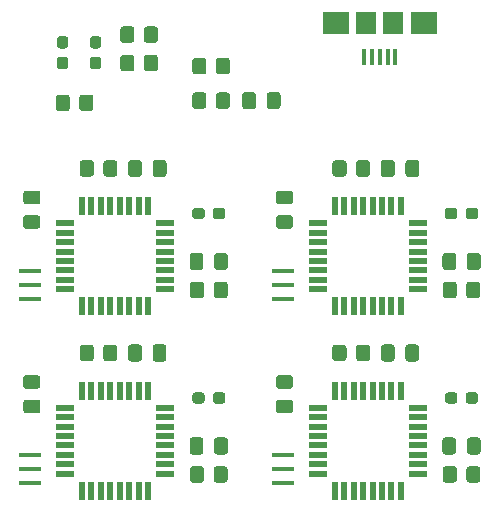
<source format=gbr>
%TF.GenerationSoftware,KiCad,Pcbnew,(5.1.12)-1*%
%TF.CreationDate,2022-03-26T18:35:52+01:00*%
%TF.ProjectId,Duino Coin,4475696e-6f20-4436-9f69-6e2e6b696361,rev?*%
%TF.SameCoordinates,Original*%
%TF.FileFunction,Paste,Top*%
%TF.FilePolarity,Positive*%
%FSLAX46Y46*%
G04 Gerber Fmt 4.6, Leading zero omitted, Abs format (unit mm)*
G04 Created by KiCad (PCBNEW (5.1.12)-1) date 2022-03-26 18:35:52*
%MOMM*%
%LPD*%
G01*
G04 APERTURE LIST*
%ADD10R,1.800000X1.900000*%
%ADD11R,2.300000X1.900000*%
%ADD12R,0.400000X1.400000*%
%ADD13R,1.500000X0.600000*%
%ADD14R,0.600000X1.500000*%
%ADD15R,1.900000X0.400000*%
G04 APERTURE END LIST*
D10*
%TO.C,J1*%
X185222500Y-91473500D03*
X187522500Y-91473500D03*
D11*
X182622500Y-91473500D03*
X190122500Y-91473500D03*
D12*
X185072500Y-94323500D03*
X185722500Y-94323500D03*
X186372500Y-94323500D03*
X187022500Y-94323500D03*
X187672500Y-94323500D03*
%TD*%
D13*
%TO.C,IC2*%
X181101500Y-124037500D03*
X181101500Y-124837500D03*
X181101500Y-125637500D03*
X181101500Y-126437500D03*
X181101500Y-127237500D03*
X181101500Y-128037500D03*
X181101500Y-128837500D03*
X181101500Y-129637500D03*
D14*
X182551500Y-131087500D03*
X183351500Y-131087500D03*
X184151500Y-131087500D03*
X184951500Y-131087500D03*
X185751500Y-131087500D03*
X186551500Y-131087500D03*
X187351500Y-131087500D03*
X188151500Y-131087500D03*
D13*
X189601500Y-129637500D03*
X189601500Y-128837500D03*
X189601500Y-128037500D03*
X189601500Y-127237500D03*
X189601500Y-126437500D03*
X189601500Y-125637500D03*
X189601500Y-124837500D03*
X189601500Y-124037500D03*
D14*
X188151500Y-122587500D03*
X187351500Y-122587500D03*
X186551500Y-122587500D03*
X185751500Y-122587500D03*
X184951500Y-122587500D03*
X184151500Y-122587500D03*
X183351500Y-122587500D03*
X182551500Y-122587500D03*
%TD*%
D13*
%TO.C,IC1*%
X159702000Y-124037500D03*
X159702000Y-124837500D03*
X159702000Y-125637500D03*
X159702000Y-126437500D03*
X159702000Y-127237500D03*
X159702000Y-128037500D03*
X159702000Y-128837500D03*
X159702000Y-129637500D03*
D14*
X161152000Y-131087500D03*
X161952000Y-131087500D03*
X162752000Y-131087500D03*
X163552000Y-131087500D03*
X164352000Y-131087500D03*
X165152000Y-131087500D03*
X165952000Y-131087500D03*
X166752000Y-131087500D03*
D13*
X168202000Y-129637500D03*
X168202000Y-128837500D03*
X168202000Y-128037500D03*
X168202000Y-127237500D03*
X168202000Y-126437500D03*
X168202000Y-125637500D03*
X168202000Y-124837500D03*
X168202000Y-124037500D03*
D14*
X166752000Y-122587500D03*
X165952000Y-122587500D03*
X165152000Y-122587500D03*
X164352000Y-122587500D03*
X163552000Y-122587500D03*
X162752000Y-122587500D03*
X161952000Y-122587500D03*
X161152000Y-122587500D03*
%TD*%
D13*
%TO.C,IC4*%
X181101500Y-108416500D03*
X181101500Y-109216500D03*
X181101500Y-110016500D03*
X181101500Y-110816500D03*
X181101500Y-111616500D03*
X181101500Y-112416500D03*
X181101500Y-113216500D03*
X181101500Y-114016500D03*
D14*
X182551500Y-115466500D03*
X183351500Y-115466500D03*
X184151500Y-115466500D03*
X184951500Y-115466500D03*
X185751500Y-115466500D03*
X186551500Y-115466500D03*
X187351500Y-115466500D03*
X188151500Y-115466500D03*
D13*
X189601500Y-114016500D03*
X189601500Y-113216500D03*
X189601500Y-112416500D03*
X189601500Y-111616500D03*
X189601500Y-110816500D03*
X189601500Y-110016500D03*
X189601500Y-109216500D03*
X189601500Y-108416500D03*
D14*
X188151500Y-106966500D03*
X187351500Y-106966500D03*
X186551500Y-106966500D03*
X185751500Y-106966500D03*
X184951500Y-106966500D03*
X184151500Y-106966500D03*
X183351500Y-106966500D03*
X182551500Y-106966500D03*
%TD*%
D13*
%TO.C,IC3*%
X159702000Y-108416500D03*
X159702000Y-109216500D03*
X159702000Y-110016500D03*
X159702000Y-110816500D03*
X159702000Y-111616500D03*
X159702000Y-112416500D03*
X159702000Y-113216500D03*
X159702000Y-114016500D03*
D14*
X161152000Y-115466500D03*
X161952000Y-115466500D03*
X162752000Y-115466500D03*
X163552000Y-115466500D03*
X164352000Y-115466500D03*
X165152000Y-115466500D03*
X165952000Y-115466500D03*
X166752000Y-115466500D03*
D13*
X168202000Y-114016500D03*
X168202000Y-113216500D03*
X168202000Y-112416500D03*
X168202000Y-111616500D03*
X168202000Y-110816500D03*
X168202000Y-110016500D03*
X168202000Y-109216500D03*
X168202000Y-108416500D03*
D14*
X166752000Y-106966500D03*
X165952000Y-106966500D03*
X165152000Y-106966500D03*
X164352000Y-106966500D03*
X163552000Y-106966500D03*
X162752000Y-106966500D03*
X161952000Y-106966500D03*
X161152000Y-106966500D03*
%TD*%
D15*
%TO.C,Y4*%
X178176000Y-113629500D03*
X178176000Y-112429500D03*
X178176000Y-114829500D03*
%TD*%
%TO.C,Y3*%
X156776500Y-113629500D03*
X156776500Y-112429500D03*
X156776500Y-114829500D03*
%TD*%
%TO.C,Y2*%
X178176000Y-129250500D03*
X178176000Y-128050500D03*
X178176000Y-130450500D03*
%TD*%
%TO.C,Y1*%
X156776500Y-129250500D03*
X156776500Y-128050500D03*
X156776500Y-130450500D03*
%TD*%
%TO.C,R30*%
G36*
G01*
X160928000Y-98684501D02*
X160928000Y-97784499D01*
G75*
G02*
X161177999Y-97534500I249999J0D01*
G01*
X161878001Y-97534500D01*
G75*
G02*
X162128000Y-97784499I0J-249999D01*
G01*
X162128000Y-98684501D01*
G75*
G02*
X161878001Y-98934500I-249999J0D01*
G01*
X161177999Y-98934500D01*
G75*
G02*
X160928000Y-98684501I0J249999D01*
G01*
G37*
G36*
G01*
X158928000Y-98684501D02*
X158928000Y-97784499D01*
G75*
G02*
X159177999Y-97534500I249999J0D01*
G01*
X159878001Y-97534500D01*
G75*
G02*
X160128000Y-97784499I0J-249999D01*
G01*
X160128000Y-98684501D01*
G75*
G02*
X159878001Y-98934500I-249999J0D01*
G01*
X159177999Y-98934500D01*
G75*
G02*
X158928000Y-98684501I0J249999D01*
G01*
G37*
%TD*%
%TO.C,R28*%
G36*
G01*
X166389000Y-92906001D02*
X166389000Y-92005999D01*
G75*
G02*
X166638999Y-91756000I249999J0D01*
G01*
X167339001Y-91756000D01*
G75*
G02*
X167589000Y-92005999I0J-249999D01*
G01*
X167589000Y-92906001D01*
G75*
G02*
X167339001Y-93156000I-249999J0D01*
G01*
X166638999Y-93156000D01*
G75*
G02*
X166389000Y-92906001I0J249999D01*
G01*
G37*
G36*
G01*
X164389000Y-92906001D02*
X164389000Y-92005999D01*
G75*
G02*
X164638999Y-91756000I249999J0D01*
G01*
X165339001Y-91756000D01*
G75*
G02*
X165589000Y-92005999I0J-249999D01*
G01*
X165589000Y-92906001D01*
G75*
G02*
X165339001Y-93156000I-249999J0D01*
G01*
X164638999Y-93156000D01*
G75*
G02*
X164389000Y-92906001I0J249999D01*
G01*
G37*
%TD*%
%TO.C,R27*%
G36*
G01*
X166389000Y-95319001D02*
X166389000Y-94418999D01*
G75*
G02*
X166638999Y-94169000I249999J0D01*
G01*
X167339001Y-94169000D01*
G75*
G02*
X167589000Y-94418999I0J-249999D01*
G01*
X167589000Y-95319001D01*
G75*
G02*
X167339001Y-95569000I-249999J0D01*
G01*
X166638999Y-95569000D01*
G75*
G02*
X166389000Y-95319001I0J249999D01*
G01*
G37*
G36*
G01*
X164389000Y-95319001D02*
X164389000Y-94418999D01*
G75*
G02*
X164638999Y-94169000I249999J0D01*
G01*
X165339001Y-94169000D01*
G75*
G02*
X165589000Y-94418999I0J-249999D01*
G01*
X165589000Y-95319001D01*
G75*
G02*
X165339001Y-95569000I-249999J0D01*
G01*
X164638999Y-95569000D01*
G75*
G02*
X164389000Y-95319001I0J249999D01*
G01*
G37*
%TD*%
%TO.C,R26*%
G36*
G01*
X172485000Y-98494001D02*
X172485000Y-97593999D01*
G75*
G02*
X172734999Y-97344000I249999J0D01*
G01*
X173435001Y-97344000D01*
G75*
G02*
X173685000Y-97593999I0J-249999D01*
G01*
X173685000Y-98494001D01*
G75*
G02*
X173435001Y-98744000I-249999J0D01*
G01*
X172734999Y-98744000D01*
G75*
G02*
X172485000Y-98494001I0J249999D01*
G01*
G37*
G36*
G01*
X170485000Y-98494001D02*
X170485000Y-97593999D01*
G75*
G02*
X170734999Y-97344000I249999J0D01*
G01*
X171435001Y-97344000D01*
G75*
G02*
X171685000Y-97593999I0J-249999D01*
G01*
X171685000Y-98494001D01*
G75*
G02*
X171435001Y-98744000I-249999J0D01*
G01*
X170734999Y-98744000D01*
G75*
G02*
X170485000Y-98494001I0J249999D01*
G01*
G37*
%TD*%
%TO.C,R25*%
G36*
G01*
X171685000Y-94672999D02*
X171685000Y-95573001D01*
G75*
G02*
X171435001Y-95823000I-249999J0D01*
G01*
X170734999Y-95823000D01*
G75*
G02*
X170485000Y-95573001I0J249999D01*
G01*
X170485000Y-94672999D01*
G75*
G02*
X170734999Y-94423000I249999J0D01*
G01*
X171435001Y-94423000D01*
G75*
G02*
X171685000Y-94672999I0J-249999D01*
G01*
G37*
G36*
G01*
X173685000Y-94672999D02*
X173685000Y-95573001D01*
G75*
G02*
X173435001Y-95823000I-249999J0D01*
G01*
X172734999Y-95823000D01*
G75*
G02*
X172485000Y-95573001I0J249999D01*
G01*
X172485000Y-94672999D01*
G75*
G02*
X172734999Y-94423000I249999J0D01*
G01*
X173435001Y-94423000D01*
G75*
G02*
X173685000Y-94672999I0J-249999D01*
G01*
G37*
%TD*%
%TO.C,R24*%
G36*
G01*
X192889000Y-113623999D02*
X192889000Y-114524001D01*
G75*
G02*
X192639001Y-114774000I-249999J0D01*
G01*
X191938999Y-114774000D01*
G75*
G02*
X191689000Y-114524001I0J249999D01*
G01*
X191689000Y-113623999D01*
G75*
G02*
X191938999Y-113374000I249999J0D01*
G01*
X192639001Y-113374000D01*
G75*
G02*
X192889000Y-113623999I0J-249999D01*
G01*
G37*
G36*
G01*
X194889000Y-113623999D02*
X194889000Y-114524001D01*
G75*
G02*
X194639001Y-114774000I-249999J0D01*
G01*
X193938999Y-114774000D01*
G75*
G02*
X193689000Y-114524001I0J249999D01*
G01*
X193689000Y-113623999D01*
G75*
G02*
X193938999Y-113374000I249999J0D01*
G01*
X194639001Y-113374000D01*
G75*
G02*
X194889000Y-113623999I0J-249999D01*
G01*
G37*
%TD*%
%TO.C,R23*%
G36*
G01*
X171489500Y-113623999D02*
X171489500Y-114524001D01*
G75*
G02*
X171239501Y-114774000I-249999J0D01*
G01*
X170539499Y-114774000D01*
G75*
G02*
X170289500Y-114524001I0J249999D01*
G01*
X170289500Y-113623999D01*
G75*
G02*
X170539499Y-113374000I249999J0D01*
G01*
X171239501Y-113374000D01*
G75*
G02*
X171489500Y-113623999I0J-249999D01*
G01*
G37*
G36*
G01*
X173489500Y-113623999D02*
X173489500Y-114524001D01*
G75*
G02*
X173239501Y-114774000I-249999J0D01*
G01*
X172539499Y-114774000D01*
G75*
G02*
X172289500Y-114524001I0J249999D01*
G01*
X172289500Y-113623999D01*
G75*
G02*
X172539499Y-113374000I249999J0D01*
G01*
X173239501Y-113374000D01*
G75*
G02*
X173489500Y-113623999I0J-249999D01*
G01*
G37*
%TD*%
%TO.C,R22*%
G36*
G01*
X192889000Y-129244999D02*
X192889000Y-130145001D01*
G75*
G02*
X192639001Y-130395000I-249999J0D01*
G01*
X191938999Y-130395000D01*
G75*
G02*
X191689000Y-130145001I0J249999D01*
G01*
X191689000Y-129244999D01*
G75*
G02*
X191938999Y-128995000I249999J0D01*
G01*
X192639001Y-128995000D01*
G75*
G02*
X192889000Y-129244999I0J-249999D01*
G01*
G37*
G36*
G01*
X194889000Y-129244999D02*
X194889000Y-130145001D01*
G75*
G02*
X194639001Y-130395000I-249999J0D01*
G01*
X193938999Y-130395000D01*
G75*
G02*
X193689000Y-130145001I0J249999D01*
G01*
X193689000Y-129244999D01*
G75*
G02*
X193938999Y-128995000I249999J0D01*
G01*
X194639001Y-128995000D01*
G75*
G02*
X194889000Y-129244999I0J-249999D01*
G01*
G37*
%TD*%
%TO.C,R21*%
G36*
G01*
X171489500Y-129244999D02*
X171489500Y-130145001D01*
G75*
G02*
X171239501Y-130395000I-249999J0D01*
G01*
X170539499Y-130395000D01*
G75*
G02*
X170289500Y-130145001I0J249999D01*
G01*
X170289500Y-129244999D01*
G75*
G02*
X170539499Y-128995000I249999J0D01*
G01*
X171239501Y-128995000D01*
G75*
G02*
X171489500Y-129244999I0J-249999D01*
G01*
G37*
G36*
G01*
X173489500Y-129244999D02*
X173489500Y-130145001D01*
G75*
G02*
X173239501Y-130395000I-249999J0D01*
G01*
X172539499Y-130395000D01*
G75*
G02*
X172289500Y-130145001I0J249999D01*
G01*
X172289500Y-129244999D01*
G75*
G02*
X172539499Y-128995000I249999J0D01*
G01*
X173239501Y-128995000D01*
G75*
G02*
X173489500Y-129244999I0J-249999D01*
G01*
G37*
%TD*%
%TO.C,R20*%
G36*
G01*
X182354500Y-104237001D02*
X182354500Y-103336999D01*
G75*
G02*
X182604499Y-103087000I249999J0D01*
G01*
X183304501Y-103087000D01*
G75*
G02*
X183554500Y-103336999I0J-249999D01*
G01*
X183554500Y-104237001D01*
G75*
G02*
X183304501Y-104487000I-249999J0D01*
G01*
X182604499Y-104487000D01*
G75*
G02*
X182354500Y-104237001I0J249999D01*
G01*
G37*
G36*
G01*
X184354500Y-104237001D02*
X184354500Y-103336999D01*
G75*
G02*
X184604499Y-103087000I249999J0D01*
G01*
X185304501Y-103087000D01*
G75*
G02*
X185554500Y-103336999I0J-249999D01*
G01*
X185554500Y-104237001D01*
G75*
G02*
X185304501Y-104487000I-249999J0D01*
G01*
X184604499Y-104487000D01*
G75*
G02*
X184354500Y-104237001I0J249999D01*
G01*
G37*
%TD*%
%TO.C,R19*%
G36*
G01*
X160955000Y-104237001D02*
X160955000Y-103336999D01*
G75*
G02*
X161204999Y-103087000I249999J0D01*
G01*
X161905001Y-103087000D01*
G75*
G02*
X162155000Y-103336999I0J-249999D01*
G01*
X162155000Y-104237001D01*
G75*
G02*
X161905001Y-104487000I-249999J0D01*
G01*
X161204999Y-104487000D01*
G75*
G02*
X160955000Y-104237001I0J249999D01*
G01*
G37*
G36*
G01*
X162955000Y-104237001D02*
X162955000Y-103336999D01*
G75*
G02*
X163204999Y-103087000I249999J0D01*
G01*
X163905001Y-103087000D01*
G75*
G02*
X164155000Y-103336999I0J-249999D01*
G01*
X164155000Y-104237001D01*
G75*
G02*
X163905001Y-104487000I-249999J0D01*
G01*
X163204999Y-104487000D01*
G75*
G02*
X162955000Y-104237001I0J249999D01*
G01*
G37*
%TD*%
%TO.C,R18*%
G36*
G01*
X182354500Y-119858001D02*
X182354500Y-118957999D01*
G75*
G02*
X182604499Y-118708000I249999J0D01*
G01*
X183304501Y-118708000D01*
G75*
G02*
X183554500Y-118957999I0J-249999D01*
G01*
X183554500Y-119858001D01*
G75*
G02*
X183304501Y-120108000I-249999J0D01*
G01*
X182604499Y-120108000D01*
G75*
G02*
X182354500Y-119858001I0J249999D01*
G01*
G37*
G36*
G01*
X184354500Y-119858001D02*
X184354500Y-118957999D01*
G75*
G02*
X184604499Y-118708000I249999J0D01*
G01*
X185304501Y-118708000D01*
G75*
G02*
X185554500Y-118957999I0J-249999D01*
G01*
X185554500Y-119858001D01*
G75*
G02*
X185304501Y-120108000I-249999J0D01*
G01*
X184604499Y-120108000D01*
G75*
G02*
X184354500Y-119858001I0J249999D01*
G01*
G37*
%TD*%
%TO.C,R17*%
G36*
G01*
X160955000Y-119858001D02*
X160955000Y-118957999D01*
G75*
G02*
X161204999Y-118708000I249999J0D01*
G01*
X161905001Y-118708000D01*
G75*
G02*
X162155000Y-118957999I0J-249999D01*
G01*
X162155000Y-119858001D01*
G75*
G02*
X161905001Y-120108000I-249999J0D01*
G01*
X161204999Y-120108000D01*
G75*
G02*
X160955000Y-119858001I0J249999D01*
G01*
G37*
G36*
G01*
X162955000Y-119858001D02*
X162955000Y-118957999D01*
G75*
G02*
X163204999Y-118708000I249999J0D01*
G01*
X163905001Y-118708000D01*
G75*
G02*
X164155000Y-118957999I0J-249999D01*
G01*
X164155000Y-119858001D01*
G75*
G02*
X163905001Y-120108000I-249999J0D01*
G01*
X163204999Y-120108000D01*
G75*
G02*
X162955000Y-119858001I0J249999D01*
G01*
G37*
%TD*%
%TO.C,D17*%
G36*
G01*
X159749500Y-93630000D02*
X159274500Y-93630000D01*
G75*
G02*
X159037000Y-93392500I0J237500D01*
G01*
X159037000Y-92817500D01*
G75*
G02*
X159274500Y-92580000I237500J0D01*
G01*
X159749500Y-92580000D01*
G75*
G02*
X159987000Y-92817500I0J-237500D01*
G01*
X159987000Y-93392500D01*
G75*
G02*
X159749500Y-93630000I-237500J0D01*
G01*
G37*
G36*
G01*
X159749500Y-95380000D02*
X159274500Y-95380000D01*
G75*
G02*
X159037000Y-95142500I0J237500D01*
G01*
X159037000Y-94567500D01*
G75*
G02*
X159274500Y-94330000I237500J0D01*
G01*
X159749500Y-94330000D01*
G75*
G02*
X159987000Y-94567500I0J-237500D01*
G01*
X159987000Y-95142500D01*
G75*
G02*
X159749500Y-95380000I-237500J0D01*
G01*
G37*
%TD*%
%TO.C,D13*%
G36*
G01*
X162543500Y-93630000D02*
X162068500Y-93630000D01*
G75*
G02*
X161831000Y-93392500I0J237500D01*
G01*
X161831000Y-92817500D01*
G75*
G02*
X162068500Y-92580000I237500J0D01*
G01*
X162543500Y-92580000D01*
G75*
G02*
X162781000Y-92817500I0J-237500D01*
G01*
X162781000Y-93392500D01*
G75*
G02*
X162543500Y-93630000I-237500J0D01*
G01*
G37*
G36*
G01*
X162543500Y-95380000D02*
X162068500Y-95380000D01*
G75*
G02*
X161831000Y-95142500I0J237500D01*
G01*
X161831000Y-94567500D01*
G75*
G02*
X162068500Y-94330000I237500J0D01*
G01*
X162543500Y-94330000D01*
G75*
G02*
X162781000Y-94567500I0J-237500D01*
G01*
X162781000Y-95142500D01*
G75*
G02*
X162543500Y-95380000I-237500J0D01*
G01*
G37*
%TD*%
%TO.C,D12*%
G36*
G01*
X192939000Y-107359500D02*
X192939000Y-107834500D01*
G75*
G02*
X192701500Y-108072000I-237500J0D01*
G01*
X192126500Y-108072000D01*
G75*
G02*
X191889000Y-107834500I0J237500D01*
G01*
X191889000Y-107359500D01*
G75*
G02*
X192126500Y-107122000I237500J0D01*
G01*
X192701500Y-107122000D01*
G75*
G02*
X192939000Y-107359500I0J-237500D01*
G01*
G37*
G36*
G01*
X194689000Y-107359500D02*
X194689000Y-107834500D01*
G75*
G02*
X194451500Y-108072000I-237500J0D01*
G01*
X193876500Y-108072000D01*
G75*
G02*
X193639000Y-107834500I0J237500D01*
G01*
X193639000Y-107359500D01*
G75*
G02*
X193876500Y-107122000I237500J0D01*
G01*
X194451500Y-107122000D01*
G75*
G02*
X194689000Y-107359500I0J-237500D01*
G01*
G37*
%TD*%
%TO.C,D11*%
G36*
G01*
X171539500Y-107359500D02*
X171539500Y-107834500D01*
G75*
G02*
X171302000Y-108072000I-237500J0D01*
G01*
X170727000Y-108072000D01*
G75*
G02*
X170489500Y-107834500I0J237500D01*
G01*
X170489500Y-107359500D01*
G75*
G02*
X170727000Y-107122000I237500J0D01*
G01*
X171302000Y-107122000D01*
G75*
G02*
X171539500Y-107359500I0J-237500D01*
G01*
G37*
G36*
G01*
X173289500Y-107359500D02*
X173289500Y-107834500D01*
G75*
G02*
X173052000Y-108072000I-237500J0D01*
G01*
X172477000Y-108072000D01*
G75*
G02*
X172239500Y-107834500I0J237500D01*
G01*
X172239500Y-107359500D01*
G75*
G02*
X172477000Y-107122000I237500J0D01*
G01*
X173052000Y-107122000D01*
G75*
G02*
X173289500Y-107359500I0J-237500D01*
G01*
G37*
%TD*%
%TO.C,D10*%
G36*
G01*
X192939000Y-122980500D02*
X192939000Y-123455500D01*
G75*
G02*
X192701500Y-123693000I-237500J0D01*
G01*
X192126500Y-123693000D01*
G75*
G02*
X191889000Y-123455500I0J237500D01*
G01*
X191889000Y-122980500D01*
G75*
G02*
X192126500Y-122743000I237500J0D01*
G01*
X192701500Y-122743000D01*
G75*
G02*
X192939000Y-122980500I0J-237500D01*
G01*
G37*
G36*
G01*
X194689000Y-122980500D02*
X194689000Y-123455500D01*
G75*
G02*
X194451500Y-123693000I-237500J0D01*
G01*
X193876500Y-123693000D01*
G75*
G02*
X193639000Y-123455500I0J237500D01*
G01*
X193639000Y-122980500D01*
G75*
G02*
X193876500Y-122743000I237500J0D01*
G01*
X194451500Y-122743000D01*
G75*
G02*
X194689000Y-122980500I0J-237500D01*
G01*
G37*
%TD*%
%TO.C,D9*%
G36*
G01*
X171539500Y-122980500D02*
X171539500Y-123455500D01*
G75*
G02*
X171302000Y-123693000I-237500J0D01*
G01*
X170727000Y-123693000D01*
G75*
G02*
X170489500Y-123455500I0J237500D01*
G01*
X170489500Y-122980500D01*
G75*
G02*
X170727000Y-122743000I237500J0D01*
G01*
X171302000Y-122743000D01*
G75*
G02*
X171539500Y-122980500I0J-237500D01*
G01*
G37*
G36*
G01*
X173289500Y-122980500D02*
X173289500Y-123455500D01*
G75*
G02*
X173052000Y-123693000I-237500J0D01*
G01*
X172477000Y-123693000D01*
G75*
G02*
X172239500Y-123455500I0J237500D01*
G01*
X172239500Y-122980500D01*
G75*
G02*
X172477000Y-122743000I237500J0D01*
G01*
X173052000Y-122743000D01*
G75*
G02*
X173289500Y-122980500I0J-237500D01*
G01*
G37*
%TD*%
%TO.C,C19*%
G36*
G01*
X175889500Y-97569000D02*
X175889500Y-98519000D01*
G75*
G02*
X175639500Y-98769000I-250000J0D01*
G01*
X174964500Y-98769000D01*
G75*
G02*
X174714500Y-98519000I0J250000D01*
G01*
X174714500Y-97569000D01*
G75*
G02*
X174964500Y-97319000I250000J0D01*
G01*
X175639500Y-97319000D01*
G75*
G02*
X175889500Y-97569000I0J-250000D01*
G01*
G37*
G36*
G01*
X177964500Y-97569000D02*
X177964500Y-98519000D01*
G75*
G02*
X177714500Y-98769000I-250000J0D01*
G01*
X177039500Y-98769000D01*
G75*
G02*
X176789500Y-98519000I0J250000D01*
G01*
X176789500Y-97569000D01*
G75*
G02*
X177039500Y-97319000I250000J0D01*
G01*
X177714500Y-97319000D01*
G75*
G02*
X177964500Y-97569000I0J-250000D01*
G01*
G37*
%TD*%
%TO.C,C17*%
G36*
G01*
X193739000Y-112136000D02*
X193739000Y-111186000D01*
G75*
G02*
X193989000Y-110936000I250000J0D01*
G01*
X194664000Y-110936000D01*
G75*
G02*
X194914000Y-111186000I0J-250000D01*
G01*
X194914000Y-112136000D01*
G75*
G02*
X194664000Y-112386000I-250000J0D01*
G01*
X193989000Y-112386000D01*
G75*
G02*
X193739000Y-112136000I0J250000D01*
G01*
G37*
G36*
G01*
X191664000Y-112136000D02*
X191664000Y-111186000D01*
G75*
G02*
X191914000Y-110936000I250000J0D01*
G01*
X192589000Y-110936000D01*
G75*
G02*
X192839000Y-111186000I0J-250000D01*
G01*
X192839000Y-112136000D01*
G75*
G02*
X192589000Y-112386000I-250000J0D01*
G01*
X191914000Y-112386000D01*
G75*
G02*
X191664000Y-112136000I0J250000D01*
G01*
G37*
%TD*%
%TO.C,C16*%
G36*
G01*
X172339500Y-112136000D02*
X172339500Y-111186000D01*
G75*
G02*
X172589500Y-110936000I250000J0D01*
G01*
X173264500Y-110936000D01*
G75*
G02*
X173514500Y-111186000I0J-250000D01*
G01*
X173514500Y-112136000D01*
G75*
G02*
X173264500Y-112386000I-250000J0D01*
G01*
X172589500Y-112386000D01*
G75*
G02*
X172339500Y-112136000I0J250000D01*
G01*
G37*
G36*
G01*
X170264500Y-112136000D02*
X170264500Y-111186000D01*
G75*
G02*
X170514500Y-110936000I250000J0D01*
G01*
X171189500Y-110936000D01*
G75*
G02*
X171439500Y-111186000I0J-250000D01*
G01*
X171439500Y-112136000D01*
G75*
G02*
X171189500Y-112386000I-250000J0D01*
G01*
X170514500Y-112386000D01*
G75*
G02*
X170264500Y-112136000I0J250000D01*
G01*
G37*
%TD*%
%TO.C,C15*%
G36*
G01*
X193739000Y-127757000D02*
X193739000Y-126807000D01*
G75*
G02*
X193989000Y-126557000I250000J0D01*
G01*
X194664000Y-126557000D01*
G75*
G02*
X194914000Y-126807000I0J-250000D01*
G01*
X194914000Y-127757000D01*
G75*
G02*
X194664000Y-128007000I-250000J0D01*
G01*
X193989000Y-128007000D01*
G75*
G02*
X193739000Y-127757000I0J250000D01*
G01*
G37*
G36*
G01*
X191664000Y-127757000D02*
X191664000Y-126807000D01*
G75*
G02*
X191914000Y-126557000I250000J0D01*
G01*
X192589000Y-126557000D01*
G75*
G02*
X192839000Y-126807000I0J-250000D01*
G01*
X192839000Y-127757000D01*
G75*
G02*
X192589000Y-128007000I-250000J0D01*
G01*
X191914000Y-128007000D01*
G75*
G02*
X191664000Y-127757000I0J250000D01*
G01*
G37*
%TD*%
%TO.C,C14*%
G36*
G01*
X172339500Y-127757000D02*
X172339500Y-126807000D01*
G75*
G02*
X172589500Y-126557000I250000J0D01*
G01*
X173264500Y-126557000D01*
G75*
G02*
X173514500Y-126807000I0J-250000D01*
G01*
X173514500Y-127757000D01*
G75*
G02*
X173264500Y-128007000I-250000J0D01*
G01*
X172589500Y-128007000D01*
G75*
G02*
X172339500Y-127757000I0J250000D01*
G01*
G37*
G36*
G01*
X170264500Y-127757000D02*
X170264500Y-126807000D01*
G75*
G02*
X170514500Y-126557000I250000J0D01*
G01*
X171189500Y-126557000D01*
G75*
G02*
X171439500Y-126807000I0J-250000D01*
G01*
X171439500Y-127757000D01*
G75*
G02*
X171189500Y-128007000I-250000J0D01*
G01*
X170514500Y-128007000D01*
G75*
G02*
X170264500Y-127757000I0J250000D01*
G01*
G37*
%TD*%
%TO.C,C13*%
G36*
G01*
X178778000Y-106829500D02*
X177828000Y-106829500D01*
G75*
G02*
X177578000Y-106579500I0J250000D01*
G01*
X177578000Y-105904500D01*
G75*
G02*
X177828000Y-105654500I250000J0D01*
G01*
X178778000Y-105654500D01*
G75*
G02*
X179028000Y-105904500I0J-250000D01*
G01*
X179028000Y-106579500D01*
G75*
G02*
X178778000Y-106829500I-250000J0D01*
G01*
G37*
G36*
G01*
X178778000Y-108904500D02*
X177828000Y-108904500D01*
G75*
G02*
X177578000Y-108654500I0J250000D01*
G01*
X177578000Y-107979500D01*
G75*
G02*
X177828000Y-107729500I250000J0D01*
G01*
X178778000Y-107729500D01*
G75*
G02*
X179028000Y-107979500I0J-250000D01*
G01*
X179028000Y-108654500D01*
G75*
G02*
X178778000Y-108904500I-250000J0D01*
G01*
G37*
%TD*%
%TO.C,C12*%
G36*
G01*
X157378500Y-106829500D02*
X156428500Y-106829500D01*
G75*
G02*
X156178500Y-106579500I0J250000D01*
G01*
X156178500Y-105904500D01*
G75*
G02*
X156428500Y-105654500I250000J0D01*
G01*
X157378500Y-105654500D01*
G75*
G02*
X157628500Y-105904500I0J-250000D01*
G01*
X157628500Y-106579500D01*
G75*
G02*
X157378500Y-106829500I-250000J0D01*
G01*
G37*
G36*
G01*
X157378500Y-108904500D02*
X156428500Y-108904500D01*
G75*
G02*
X156178500Y-108654500I0J250000D01*
G01*
X156178500Y-107979500D01*
G75*
G02*
X156428500Y-107729500I250000J0D01*
G01*
X157378500Y-107729500D01*
G75*
G02*
X157628500Y-107979500I0J-250000D01*
G01*
X157628500Y-108654500D01*
G75*
G02*
X157378500Y-108904500I-250000J0D01*
G01*
G37*
%TD*%
%TO.C,C11*%
G36*
G01*
X178778000Y-122450500D02*
X177828000Y-122450500D01*
G75*
G02*
X177578000Y-122200500I0J250000D01*
G01*
X177578000Y-121525500D01*
G75*
G02*
X177828000Y-121275500I250000J0D01*
G01*
X178778000Y-121275500D01*
G75*
G02*
X179028000Y-121525500I0J-250000D01*
G01*
X179028000Y-122200500D01*
G75*
G02*
X178778000Y-122450500I-250000J0D01*
G01*
G37*
G36*
G01*
X178778000Y-124525500D02*
X177828000Y-124525500D01*
G75*
G02*
X177578000Y-124275500I0J250000D01*
G01*
X177578000Y-123600500D01*
G75*
G02*
X177828000Y-123350500I250000J0D01*
G01*
X178778000Y-123350500D01*
G75*
G02*
X179028000Y-123600500I0J-250000D01*
G01*
X179028000Y-124275500D01*
G75*
G02*
X178778000Y-124525500I-250000J0D01*
G01*
G37*
%TD*%
%TO.C,C10*%
G36*
G01*
X157378500Y-122450500D02*
X156428500Y-122450500D01*
G75*
G02*
X156178500Y-122200500I0J250000D01*
G01*
X156178500Y-121525500D01*
G75*
G02*
X156428500Y-121275500I250000J0D01*
G01*
X157378500Y-121275500D01*
G75*
G02*
X157628500Y-121525500I0J-250000D01*
G01*
X157628500Y-122200500D01*
G75*
G02*
X157378500Y-122450500I-250000J0D01*
G01*
G37*
G36*
G01*
X157378500Y-124525500D02*
X156428500Y-124525500D01*
G75*
G02*
X156178500Y-124275500I0J250000D01*
G01*
X156178500Y-123600500D01*
G75*
G02*
X156428500Y-123350500I250000J0D01*
G01*
X157378500Y-123350500D01*
G75*
G02*
X157628500Y-123600500I0J-250000D01*
G01*
X157628500Y-124275500D01*
G75*
G02*
X157378500Y-124525500I-250000J0D01*
G01*
G37*
%TD*%
%TO.C,C9*%
G36*
G01*
X189707000Y-103312000D02*
X189707000Y-104262000D01*
G75*
G02*
X189457000Y-104512000I-250000J0D01*
G01*
X188782000Y-104512000D01*
G75*
G02*
X188532000Y-104262000I0J250000D01*
G01*
X188532000Y-103312000D01*
G75*
G02*
X188782000Y-103062000I250000J0D01*
G01*
X189457000Y-103062000D01*
G75*
G02*
X189707000Y-103312000I0J-250000D01*
G01*
G37*
G36*
G01*
X187632000Y-103312000D02*
X187632000Y-104262000D01*
G75*
G02*
X187382000Y-104512000I-250000J0D01*
G01*
X186707000Y-104512000D01*
G75*
G02*
X186457000Y-104262000I0J250000D01*
G01*
X186457000Y-103312000D01*
G75*
G02*
X186707000Y-103062000I250000J0D01*
G01*
X187382000Y-103062000D01*
G75*
G02*
X187632000Y-103312000I0J-250000D01*
G01*
G37*
%TD*%
%TO.C,C8*%
G36*
G01*
X168312500Y-103312000D02*
X168312500Y-104262000D01*
G75*
G02*
X168062500Y-104512000I-250000J0D01*
G01*
X167387500Y-104512000D01*
G75*
G02*
X167137500Y-104262000I0J250000D01*
G01*
X167137500Y-103312000D01*
G75*
G02*
X167387500Y-103062000I250000J0D01*
G01*
X168062500Y-103062000D01*
G75*
G02*
X168312500Y-103312000I0J-250000D01*
G01*
G37*
G36*
G01*
X166237500Y-103312000D02*
X166237500Y-104262000D01*
G75*
G02*
X165987500Y-104512000I-250000J0D01*
G01*
X165312500Y-104512000D01*
G75*
G02*
X165062500Y-104262000I0J250000D01*
G01*
X165062500Y-103312000D01*
G75*
G02*
X165312500Y-103062000I250000J0D01*
G01*
X165987500Y-103062000D01*
G75*
G02*
X166237500Y-103312000I0J-250000D01*
G01*
G37*
%TD*%
%TO.C,C7*%
G36*
G01*
X189707000Y-118933000D02*
X189707000Y-119883000D01*
G75*
G02*
X189457000Y-120133000I-250000J0D01*
G01*
X188782000Y-120133000D01*
G75*
G02*
X188532000Y-119883000I0J250000D01*
G01*
X188532000Y-118933000D01*
G75*
G02*
X188782000Y-118683000I250000J0D01*
G01*
X189457000Y-118683000D01*
G75*
G02*
X189707000Y-118933000I0J-250000D01*
G01*
G37*
G36*
G01*
X187632000Y-118933000D02*
X187632000Y-119883000D01*
G75*
G02*
X187382000Y-120133000I-250000J0D01*
G01*
X186707000Y-120133000D01*
G75*
G02*
X186457000Y-119883000I0J250000D01*
G01*
X186457000Y-118933000D01*
G75*
G02*
X186707000Y-118683000I250000J0D01*
G01*
X187382000Y-118683000D01*
G75*
G02*
X187632000Y-118933000I0J-250000D01*
G01*
G37*
%TD*%
%TO.C,C6*%
G36*
G01*
X168307500Y-118933000D02*
X168307500Y-119883000D01*
G75*
G02*
X168057500Y-120133000I-250000J0D01*
G01*
X167382500Y-120133000D01*
G75*
G02*
X167132500Y-119883000I0J250000D01*
G01*
X167132500Y-118933000D01*
G75*
G02*
X167382500Y-118683000I250000J0D01*
G01*
X168057500Y-118683000D01*
G75*
G02*
X168307500Y-118933000I0J-250000D01*
G01*
G37*
G36*
G01*
X166232500Y-118933000D02*
X166232500Y-119883000D01*
G75*
G02*
X165982500Y-120133000I-250000J0D01*
G01*
X165307500Y-120133000D01*
G75*
G02*
X165057500Y-119883000I0J250000D01*
G01*
X165057500Y-118933000D01*
G75*
G02*
X165307500Y-118683000I250000J0D01*
G01*
X165982500Y-118683000D01*
G75*
G02*
X166232500Y-118933000I0J-250000D01*
G01*
G37*
%TD*%
M02*

</source>
